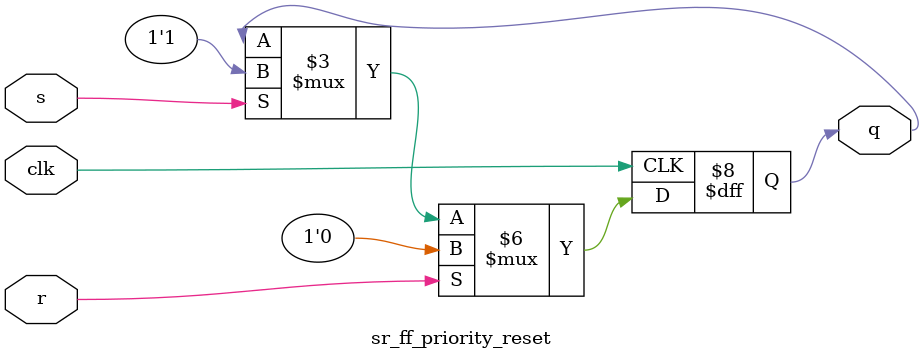
<source format=sv>
module sr_ff_priority_reset (
    input wire clk,
    input wire s,
    input wire r,
    output reg q
);
    always @(posedge clk) begin
        if (r)
            q <= 1'b0;  // Reset has priority
        else if (s)
            q <= 1'b1;  // Set
        else
            q <= q;     // No change
    end
endmodule
</source>
